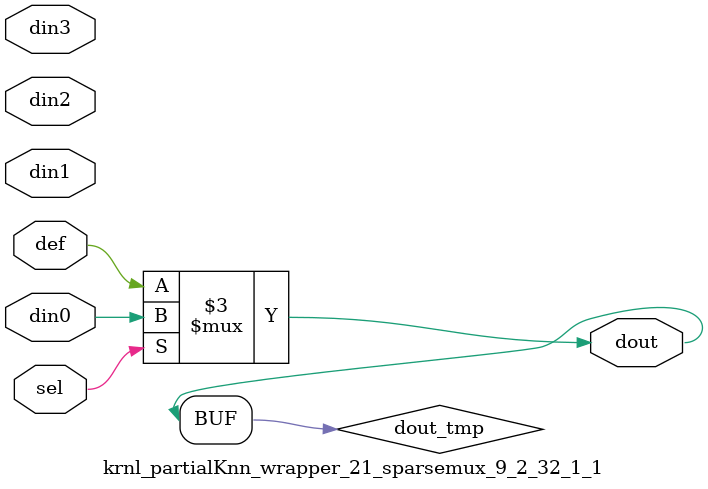
<source format=v>
`timescale 1ns / 1ps

module krnl_partialKnn_wrapper_21_sparsemux_9_2_32_1_1 (din0,din1,din2,din3,def,sel,dout);

parameter din0_WIDTH = 1;

parameter din1_WIDTH = 1;

parameter din2_WIDTH = 1;

parameter din3_WIDTH = 1;

parameter def_WIDTH = 1;
parameter sel_WIDTH = 1;
parameter dout_WIDTH = 1;

parameter [sel_WIDTH-1:0] CASE0 = 1;

parameter [sel_WIDTH-1:0] CASE1 = 1;

parameter [sel_WIDTH-1:0] CASE2 = 1;

parameter [sel_WIDTH-1:0] CASE3 = 1;

parameter ID = 1;
parameter NUM_STAGE = 1;



input [din0_WIDTH-1:0] din0;

input [din1_WIDTH-1:0] din1;

input [din2_WIDTH-1:0] din2;

input [din3_WIDTH-1:0] din3;

input [def_WIDTH-1:0] def;
input [sel_WIDTH-1:0] sel;

output [dout_WIDTH-1:0] dout;



reg [dout_WIDTH-1:0] dout_tmp;

always @ (*) begin
case (sel)
    
    CASE0 : dout_tmp = din0;
    
    CASE1 : dout_tmp = din1;
    
    CASE2 : dout_tmp = din2;
    
    CASE3 : dout_tmp = din3;
    
    default : dout_tmp = def;
endcase
end


assign dout = dout_tmp;



endmodule

</source>
